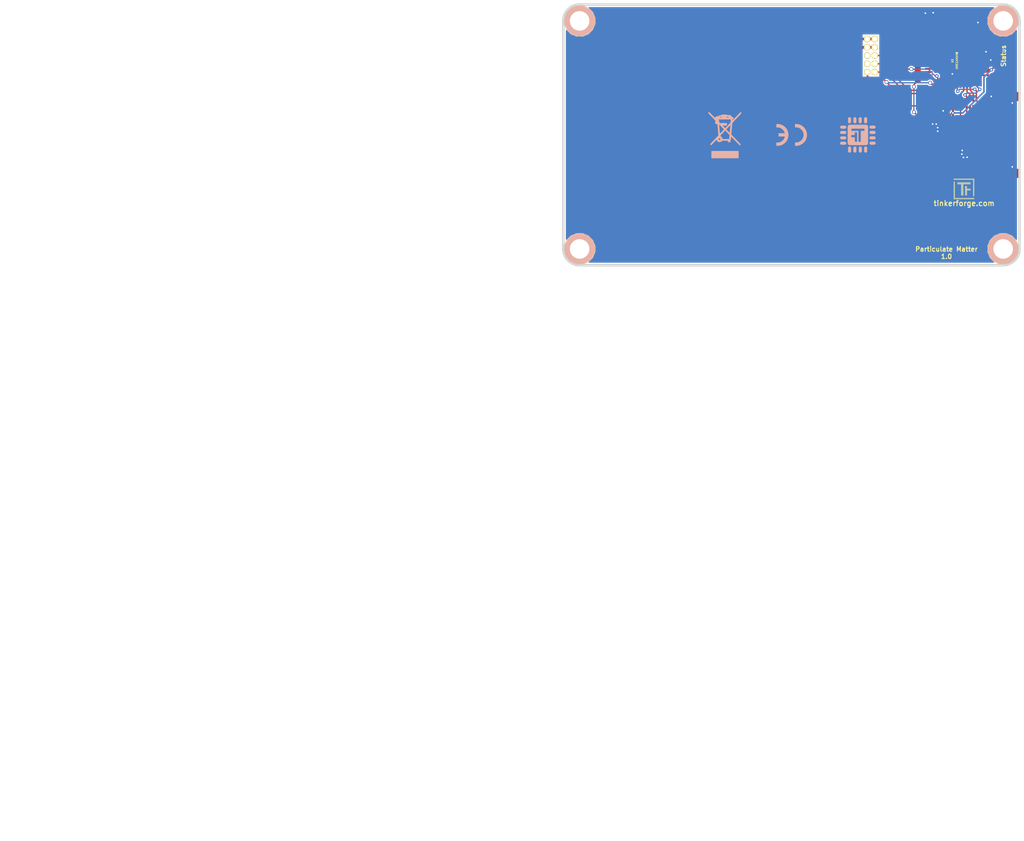
<source format=kicad_pcb>
(kicad_pcb (version 4) (host pcbnew 4.0.7-e2-6376~58~ubuntu17.04.1)
  (title_block (title "Particulate Matter Bricklet") (date 2018-01-09) (rev 1.0) (company "Tinkerforge GmbH") (comment 1 "Licensed under CERN OHL v.1.1") (comment 2 "Copyright (©) 2018, L.Lauer <lukas@tinkerforge.com>"))
  (layers (0 F.Cu signal) (31 B.Cu signal) (34 B.Paste user) (35 F.Paste user) (36 B.SilkS user) (37 F.SilkS user) (38 B.Mask user) (39 F.Mask user) (44 Edge.Cuts user))
  (net 0 "")
  (net 1 GND)
  (net 2 VCC)
  (net 3 "Net-(C7-Pad1)")
  (net 4 "Net-(C8-Pad1)")
  (net 5 "Net-(C9-Pad1)")
  (net 6 +5V)
  (net 7 "Net-(D3-Pad2)")
  (net 8 "Net-(P1-Pad4)")
  (net 9 "Net-(P1-Pad5)")
  (net 10 "Net-(P1-Pad6)")
  (net 11 "Net-(P2-Pad2)")
  (net 12 "Net-(R1-Pad1)")
  (net 13 PMS_SET)
  (net 14 PMS_RESET)
  (net 15 S-MISO)
  (net 16 S-MOSI)
  (net 17 S-CLK)
  (net 18 S-CS)
  (net 19 "Net-(U1-Pad3)")
  (net 20 "Net-(U1-Pad4)")
  (net 21 "Net-(U1-Pad5)")
  (net 22 "Net-(U1-Pad6)")
  (net 23 "Net-(U1-Pad7)")
  (net 24 "Net-(U1-Pad8)")
  (net 25 "Net-(U1-Pad9)")
  (net 26 "Net-(U1-Pad10)")
  (net 27 "Net-(U1-Pad11)")
  (net 28 "Net-(U1-Pad12)")
  (net 29 PMS_TX)
  (net 30 PMS_RX)
  (net 31 "Net-(U1-Pad21)")
  (net 32 "Net-(U1-Pad28)")
  (net 33 "Net-(U1-Pad29)")
  (net 34 "Net-(U1-Pad30)")
  (net 35 "Net-(U1-Pad31)")
  (net 36 "Net-(U1-Pad32)")
  (net 37 "Net-(U1-Pad33)")
  (net 38 "Net-(U1-Pad34)")
  (net 39 "Net-(U1-Pad35)")
  (net 40 "Net-(U1-Pad36)")
  (net 41 "Net-(U1-Pad39)")
  (net 42 "Net-(U1-Pad40)")
  (net 43 "Net-(U1-Pad43)")
  (net 44 "Net-(U1-Pad44)")
  (net 45 "Net-(U1-Pad45)")
  (net 46 "Net-(U1-Pad46)")
  (net 47 "Net-(U1-Pad47)")
  (net 48 "Net-(U6-Pad6)")
  (net 49 "Net-(U6-Pad8)")
  (net 50 "Net-(U1-Pad48)")
  (net 51 "Net-(P3-Pad1)")
  (net 52 "Net-(RP2-Pad1)")
  (net 53 "Net-(RP2-Pad4)")
  (net 54 "Net-(RP2-Pad5)")
  (net 55 "Net-(RP2-Pad8)")
  (net 56 "Net-(U1-Pad2)")
  (net 57 "Net-(RP2-Pad6)")
  (net 58 "Net-(RP2-Pad7)")
  (module kicad-libraries:SolderJumper (layer F.Cu) (at 155.37 66.54 270)
    (fp_text reference P2)
    (fp_text value BOOT)
    (pad 2 smd rect (at 0.55 0 270) (size 0.3 1.4) (layers F.Cu F.Mask) (net 11 "Net-(P2-Pad2)"))
    (pad 2 smd rect (at 0.15 0 270) (size 0.6 0.5) (layers F.Cu F.Mask) (net 11 "Net-(P2-Pad2)"))
    (pad 1 smd rect (at -0.5 0 270) (size 0.4 1.4) (layers F.Cu F.Mask) (net 1 GND))
    (pad 1 smd rect (at -0.225 0.55 270) (size 0.95 0.3) (layers F.Cu F.Mask) (net 1 GND))
    (pad 1 smd rect (at -0.225 -0.55 270) (size 0.95 0.3) (layers F.Cu F.Mask) (net 1 GND))
  )
  (module kicad-libraries:QFN48-EP2 (layer F.Cu) (at 160.5 73.6 270)
    (fp_text reference U1 (at 0 0 270) (layer F.SilkS) (effects (font (size 0.29972 0.29972) (thickness 0.0762))))
    (fp_text value XMC1XXX48 (at 0 -0.7 270) (layer F.SilkS) (effects (font (size 0.29972 0.29972) (thickness 0.0762))))
    (pad 1 smd rect (at -2.74828 3.61188 90) (size 0.29972 1.14808) (layers F.Cu F.Paste F.Mask) (net 11 "Net-(P2-Pad2)"))
    (pad 2 smd rect (at -2.2479 3.61188 90) (size 0.29972 1.14808) (layers F.Cu F.Paste F.Mask) (net 56 "Net-(U1-Pad2)"))
    (pad 3 smd rect (at -1.74752 3.61188 90) (size 0.29972 1.14808) (layers F.Cu F.Paste F.Mask) (net 19 "Net-(U1-Pad3)"))
    (pad 4 smd rect (at -1.24968 3.61188 90) (size 0.29972 1.14808) (layers F.Cu F.Paste F.Mask) (net 20 "Net-(U1-Pad4)"))
    (pad 5 smd rect (at -0.7493 3.61188 90) (size 0.29972 1.14808) (layers F.Cu F.Paste F.Mask) (net 21 "Net-(U1-Pad5)"))
    (pad 6 smd rect (at -0.24892 3.61188 90) (size 0.29972 1.14808) (layers F.Cu F.Paste F.Mask) (net 22 "Net-(U1-Pad6)"))
    (pad 7 smd rect (at 0.24892 3.61188 90) (size 0.29972 1.14808) (layers F.Cu F.Paste F.Mask) (net 23 "Net-(U1-Pad7)"))
    (pad 8 smd rect (at 0.7493 3.61188 90) (size 0.29972 1.14808) (layers F.Cu F.Paste F.Mask) (net 24 "Net-(U1-Pad8)"))
    (pad 9 smd rect (at 1.24968 3.61188 90) (size 0.29972 1.14808) (layers F.Cu F.Paste F.Mask) (net 25 "Net-(U1-Pad9)"))
    (pad 10 smd rect (at 1.74752 3.61188 90) (size 0.29972 1.14808) (layers F.Cu F.Paste F.Mask) (net 26 "Net-(U1-Pad10)"))
    (pad 11 smd rect (at 2.2479 3.61188 90) (size 0.29972 1.14808) (layers F.Cu F.Paste F.Mask) (net 27 "Net-(U1-Pad11)"))
    (pad 12 smd rect (at 2.74828 3.61188 90) (size 0.29972 1.14808) (layers F.Cu F.Paste F.Mask) (net 28 "Net-(U1-Pad12)"))
    (pad 13 smd rect (at 3.61188 2.74828 180) (size 0.29972 1.14808) (layers F.Cu F.Paste F.Mask) (net 13 PMS_SET))
    (pad 14 smd rect (at 3.61188 2.2479 180) (size 0.29972 1.14808) (layers F.Cu F.Paste F.Mask) (net 14 PMS_RESET))
    (pad 15 smd rect (at 3.61188 1.74752 180) (size 0.29972 1.14808) (layers F.Cu F.Paste F.Mask) (net 29 PMS_TX))
    (pad 16 smd rect (at 3.61188 1.24968 180) (size 0.29972 1.14808) (layers F.Cu F.Paste F.Mask) (net 30 PMS_RX))
    (pad 17 smd rect (at 3.61188 0.7493 180) (size 0.29972 1.14808) (layers F.Cu F.Paste F.Mask) (net 1 GND))
    (pad 18 smd rect (at 3.61188 0.24892 180) (size 0.29972 1.14808) (layers F.Cu F.Paste F.Mask) (net 2 VCC))
    (pad 19 smd rect (at 3.61188 -0.24892 180) (size 0.29972 1.14808) (layers F.Cu F.Paste F.Mask) (net 2 VCC))
    (pad 20 smd rect (at 3.61188 -0.7493 180) (size 0.29972 1.14808) (layers F.Cu F.Paste F.Mask) (net 15 S-MISO))
    (pad 21 smd rect (at 3.61188 -1.24968 180) (size 0.29972 1.14808) (layers F.Cu F.Paste F.Mask) (net 31 "Net-(U1-Pad21)"))
    (pad 22 smd rect (at 3.61188 -1.74752 180) (size 0.29972 1.14808) (layers F.Cu F.Paste F.Mask) (net 51 "Net-(P3-Pad1)"))
    (pad 23 smd rect (at 3.61188 -2.2479 180) (size 0.29972 1.14808) (layers F.Cu F.Paste F.Mask) (net 17 S-CLK))
    (pad 24 smd rect (at 3.61188 -2.74828 180) (size 0.29972 1.14808) (layers F.Cu F.Paste F.Mask) (net 16 S-MOSI))
    (pad 25 smd rect (at 2.74828 -3.61188 270) (size 0.29972 1.14808) (layers F.Cu F.Paste F.Mask) (net 18 S-CS))
    (pad 26 smd rect (at 2.2479 -3.61188 270) (size 0.29972 1.14808) (layers F.Cu F.Paste F.Mask) (net 12 "Net-(R1-Pad1)"))
    (pad 27 smd rect (at 1.74752 -3.61188 270) (size 0.29972 1.14808) (layers F.Cu F.Paste F.Mask) (net 2 VCC))
    (pad 28 smd rect (at 1.24968 -3.61188 270) (size 0.29972 1.14808) (layers F.Cu F.Paste F.Mask) (net 32 "Net-(U1-Pad28)"))
    (pad 29 smd rect (at 0.7493 -3.61188 270) (size 0.29972 1.14808) (layers F.Cu F.Paste F.Mask) (net 33 "Net-(U1-Pad29)"))
    (pad 30 smd rect (at 0.24892 -3.61188 270) (size 0.29972 1.14808) (layers F.Cu F.Paste F.Mask) (net 34 "Net-(U1-Pad30)"))
    (pad 31 smd rect (at -0.24892 -3.61188 270) (size 0.29972 1.14808) (layers F.Cu F.Paste F.Mask) (net 35 "Net-(U1-Pad31)"))
    (pad 32 smd rect (at -0.7493 -3.61188 270) (size 0.29972 1.14808) (layers F.Cu F.Paste F.Mask) (net 36 "Net-(U1-Pad32)"))
    (pad 33 smd rect (at -1.24968 -3.61188 270) (size 0.29972 1.14808) (layers F.Cu F.Paste F.Mask) (net 37 "Net-(U1-Pad33)"))
    (pad 34 smd rect (at -1.74752 -3.61188 270) (size 0.29972 1.14808) (layers F.Cu F.Paste F.Mask) (net 38 "Net-(U1-Pad34)"))
    (pad 35 smd rect (at -2.2479 -3.61188 270) (size 0.29972 1.14808) (layers F.Cu F.Paste F.Mask) (net 39 "Net-(U1-Pad35)"))
    (pad 36 smd rect (at -2.74828 -3.61188 270) (size 0.29972 1.14808) (layers F.Cu F.Paste F.Mask) (net 40 "Net-(U1-Pad36)"))
    (pad 37 smd rect (at -3.60934 -2.74828) (size 0.29972 1.15062) (layers F.Cu F.Paste F.Mask) (net 1 GND))
    (pad 38 smd rect (at -3.61188 -2.2479) (size 0.29972 1.14808) (layers F.Cu F.Paste F.Mask) (net 2 VCC))
    (pad 39 smd rect (at -3.61188 -1.74752) (size 0.29972 1.14808) (layers F.Cu F.Paste F.Mask) (net 41 "Net-(U1-Pad39)"))
    (pad 40 smd rect (at -3.61188 -1.24968) (size 0.29972 1.14808) (layers F.Cu F.Paste F.Mask) (net 42 "Net-(U1-Pad40)"))
    (pad 41 smd rect (at -3.61188 -0.7493) (size 0.29972 1.14808) (layers F.Cu F.Paste F.Mask) (net 4 "Net-(C8-Pad1)"))
    (pad 42 smd rect (at -3.61188 -0.24892) (size 0.29972 1.14808) (layers F.Cu F.Paste F.Mask) (net 5 "Net-(C9-Pad1)"))
    (pad 43 smd rect (at -3.61188 0.24892) (size 0.29972 1.14808) (layers F.Cu F.Paste F.Mask) (net 43 "Net-(U1-Pad43)"))
    (pad 44 smd rect (at -3.61188 0.7493) (size 0.29972 1.14808) (layers F.Cu F.Paste F.Mask) (net 44 "Net-(U1-Pad44)"))
    (pad 45 smd rect (at -3.61188 1.24968) (size 0.29972 1.14808) (layers F.Cu F.Paste F.Mask) (net 45 "Net-(U1-Pad45)"))
    (pad 46 smd rect (at -3.61188 1.74752) (size 0.29972 1.14808) (layers F.Cu F.Paste F.Mask) (net 46 "Net-(U1-Pad46)"))
    (pad 47 smd rect (at -3.61188 2.2479) (size 0.29972 1.14808) (layers F.Cu F.Paste F.Mask) (net 47 "Net-(U1-Pad47)"))
    (pad 48 smd rect (at -3.61188 2.74828) (size 0.29972 1.14808) (layers F.Cu F.Paste F.Mask) (net 50 "Net-(U1-Pad48)"))
    (pad EP smd rect (at 0 0 270) (size 3.5 3.5) (layers F.Cu F.Paste F.Mask) (net 1 GND))
  )
  (module kicad-libraries:CRYSTAL_3225 (layer F.Cu) (at 161 66.9)
    (fp_text reference X1)
    (fp_text value 16MHz)
    (pad 3 smd rect (at -1.09982 -0.8001) (size 1.39954 1.15062) (layers F.Cu F.Paste F.Mask) (net 1 GND))
    (pad 2 smd rect (at 1.09982 -0.8001) (size 1.39954 1.15062) (layers F.Cu F.Paste F.Mask) (net 4 "Net-(C8-Pad1)"))
    (pad 1 smd rect (at -1.09982 0.8001) (size 1.39954 1.15062) (layers F.Cu F.Paste F.Mask) (net 5 "Net-(C9-Pad1)"))
    (pad 3 smd rect (at 1.09982 0.8001) (size 1.39954 1.15062) (layers F.Cu F.Paste F.Mask) (net 1 GND))
  )
  (module kicad-libraries:C0603F (layer F.Cu) (at 162.76 86.95 90)
    (fp_text reference C2)
    (fp_text value 1uF)
    (pad 1 smd rect (at -0.75 0 90) (size 0.9 0.9) (layers F.Cu F.Paste F.Mask) (net 1 GND))
    (pad 2 smd rect (at 0.75 0 90) (size 0.9 0.9) (layers F.Cu F.Paste F.Mask) (net 2 VCC))
  )
  (module kicad-libraries:C0603F (layer F.Cu) (at 165.66 74.25 90)
    (fp_text reference C3)
    (fp_text value 100nF)
    (pad 1 smd rect (at -0.75 0 90) (size 0.9 0.9) (layers F.Cu F.Paste F.Mask) (net 2 VCC))
    (pad 2 smd rect (at 0.75 0 90) (size 0.9 0.9) (layers F.Cu F.Paste F.Mask) (net 1 GND))
  )
  (module kicad-libraries:C0603F (layer F.Cu) (at 166.42 71.51 180)
    (fp_text reference C4)
    (fp_text value 100nF)
    (pad 1 smd rect (at -0.75 0 180) (size 0.9 0.9) (layers F.Cu F.Paste F.Mask) (net 2 VCC))
    (pad 2 smd rect (at 0.75 0 180) (size 0.9 0.9) (layers F.Cu F.Paste F.Mask) (net 1 GND))
  )
  (module kicad-libraries:C0603F (layer F.Cu) (at 159.84 80.56 180)
    (fp_text reference C5)
    (fp_text value 100nF)
    (pad 1 smd rect (at -0.75 0 180) (size 0.9 0.9) (layers F.Cu F.Paste F.Mask) (net 2 VCC))
    (pad 2 smd rect (at 0.75 0 180) (size 0.9 0.9) (layers F.Cu F.Paste F.Mask) (net 1 GND))
  )
  (module kicad-libraries:C0603F (layer F.Cu) (at 159.84 79.22 180)
    (fp_text reference C6)
    (fp_text value 220nF)
    (pad 1 smd rect (at -0.75 0 180) (size 0.9 0.9) (layers F.Cu F.Paste F.Mask) (net 2 VCC))
    (pad 2 smd rect (at 0.75 0 180) (size 0.9 0.9) (layers F.Cu F.Paste F.Mask) (net 1 GND))
  )
  (module kicad-libraries:C0603F (layer F.Cu) (at 163.7 67 270)
    (fp_text reference C8)
    (fp_text value 10pF)
    (pad 1 smd rect (at -0.75 0 270) (size 0.9 0.9) (layers F.Cu F.Paste F.Mask) (net 4 "Net-(C8-Pad1)"))
    (pad 2 smd rect (at 0.75 0 270) (size 0.9 0.9) (layers F.Cu F.Paste F.Mask) (net 1 GND))
  )
  (module kicad-libraries:C0603F (layer F.Cu) (at 158.3 67 90)
    (fp_text reference C9)
    (fp_text value 10pF)
    (pad 1 smd rect (at -0.75 0 90) (size 0.9 0.9) (layers F.Cu F.Paste F.Mask) (net 5 "Net-(C9-Pad1)"))
    (pad 2 smd rect (at 0.75 0 90) (size 0.9 0.9) (layers F.Cu F.Paste F.Mask) (net 1 GND))
  )
  (module kicad-libraries:D0603E (layer F.Cu) (at 169.64 72.92 270)
    (fp_text reference D3)
    (fp_text value blue)
    (pad 1 smd rect (at -0.8501 0 270) (size 1.1 1) (layers F.Cu F.Paste F.Mask) (net 2 VCC))
    (pad 2 smd rect (at 0.8501 0 270) (size 1.1 1) (layers F.Cu F.Paste F.Mask) (net 7 "Net-(D3-Pad2)"))
  )
  (module kicad-libraries:CON-SENSOR2 (layer F.Cu) (at 170.9 85 90)
    (fp_text reference P1)
    (fp_text value CON-SENSOR2)
    (pad 1 smd rect (at -3.75 -4.6 90) (size 0.6 1.8) (layers F.Cu F.Paste F.Mask) (net 6 +5V))
    (pad 2 smd rect (at -2.5 -4.6 90) (size 0.6 1.8) (layers F.Cu F.Paste F.Mask) (net 1 GND))
    (pad EP smd rect (at -5.9 -1.2 90) (size 1.4 2.4) (layers F.Cu F.Paste F.Mask) (net 1 GND))
    (pad EP smd rect (at 5.9 -1.2 90) (size 1.4 2.4) (layers F.Cu F.Paste F.Mask) (net 1 GND))
    (pad 3 smd rect (at -1.25 -4.6 90) (size 0.6 1.8) (layers F.Cu F.Paste F.Mask) (net 2 VCC))
    (pad 4 smd rect (at 0 -4.6 90) (size 0.6 1.8) (layers F.Cu F.Paste F.Mask) (net 8 "Net-(P1-Pad4)"))
    (pad 5 smd rect (at 1.25 -4.6 90) (size 0.6 1.8) (layers F.Cu F.Paste F.Mask) (net 9 "Net-(P1-Pad5)"))
    (pad 6 smd rect (at 2.5 -4.6 90) (size 0.6 1.8) (layers F.Cu F.Paste F.Mask) (net 10 "Net-(P1-Pad6)"))
    (pad 7 smd rect (at 3.75 -4.6 90) (size 0.6 1.8) (layers F.Cu F.Paste F.Mask) (net 3 "Net-(C7-Pad1)"))
  )
  (module kicad-libraries:DRILL_NP (layer F.Cu) (at 103.3 102.5)
    (fp_text reference U2 hide)
    (fp_text value DRILL hide)
    (pad "" np_thru_hole circle (at 0 0) (size 2.99974 2.99974) (drill 2.99974) (layers *.Cu *.Mask F.SilkS) (clearance 0.89916))
  )
  (module kicad-libraries:DRILL_NP (layer F.Cu) (at 103.3 67.5)
    (fp_text reference U3 hide)
    (fp_text value DRILL hide)
    (pad "" np_thru_hole circle (at 0 0) (size 2.99974 2.99974) (drill 2.99974) (layers *.Cu *.Mask F.SilkS) (clearance 0.89916))
  )
  (module kicad-libraries:DRILL_NP (layer F.Cu) (at 168.3 67.5)
    (fp_text reference U4 hide)
    (fp_text value DRILL hide)
    (pad "" np_thru_hole circle (at 0 0) (size 2.99974 2.99974) (drill 2.99974) (layers *.Cu *.Mask F.SilkS) (clearance 0.89916))
  )
  (module kicad-libraries:DRILL_NP (layer F.Cu) (at 168.3 102.5)
    (fp_text reference U5 hide)
    (fp_text value DRILL hide)
    (pad "" np_thru_hole circle (at 0 0) (size 2.99974 2.99974) (drill 2.99974) (layers *.Cu *.Mask F.SilkS) (clearance 0.89916))
  )
  (module kicad-libraries:C0402F (layer F.Cu) (at 165.8 79.6 90)
    (fp_text reference C7)
    (fp_text value 220pF)
    (pad 2 smd rect (at 0.5 0 90) (size 0.6 0.7) (layers F.Cu F.Paste F.Mask) (net 1 GND))
    (pad 1 smd rect (at -0.5 0 90) (size 0.6 0.7) (layers F.Cu F.Paste F.Mask) (net 3 "Net-(C7-Pad1)"))
  )
  (module kicad-libraries:C0603F (layer F.Cu) (at 155.8 85.11 90)
    (fp_text reference C10)
    (fp_text value 100n)
    (pad 1 smd rect (at -0.75 0 90) (size 0.9 0.9) (layers F.Cu F.Paste F.Mask) (net 6 +5V))
    (pad 2 smd rect (at 0.75 0 90) (size 0.9 0.9) (layers F.Cu F.Paste F.Mask) (net 1 GND))
  )
  (module kicad-libraries:R0603F (layer F.Cu) (at 168.84 75.85)
    (fp_text reference R1)
    (fp_text value 1k)
    (pad 1 smd rect (at -0.75 0) (size 0.9 0.9) (layers F.Cu F.Paste F.Mask) (net 12 "Net-(R1-Pad1)"))
    (pad 2 smd rect (at 0.75 0) (size 0.9 0.9) (layers F.Cu F.Paste F.Mask) (net 7 "Net-(D3-Pad2)"))
  )
  (module kicad-libraries:R0603F (layer F.Cu) (at 155.8 81.3 90)
    (fp_text reference R2)
    (fp_text value 10k)
    (pad 1 smd rect (at -0.75 0 90) (size 0.9 0.9) (layers F.Cu F.Paste F.Mask) (net 2 VCC))
    (pad 2 smd rect (at 0.75 0 90) (size 0.9 0.9) (layers F.Cu F.Paste F.Mask) (net 13 PMS_SET))
  )
  (module kicad-libraries:R0603F (layer F.Cu) (at 155.2 75.7 90)
    (fp_text reference R3)
    (fp_text value 10k)
    (pad 1 smd rect (at -0.75 0 90) (size 0.9 0.9) (layers F.Cu F.Paste F.Mask) (net 2 VCC))
    (pad 2 smd rect (at 0.75 0 90) (size 0.9 0.9) (layers F.Cu F.Paste F.Mask) (net 14 PMS_RESET))
  )
  (module kicad-libraries:C0805 (layer F.Cu) (at 164.27 87.01 90)
    (fp_text reference C1)
    (fp_text value 10uF)
    (pad 1 smd rect (at -1.00076 0 90) (size 1.00076 1.24968) (layers F.Cu F.Paste F.Mask) (net 1 GND) (clearance 0.14986))
    (pad 2 smd rect (at 1.00076 0 90) (size 1.00076 1.24968) (layers F.Cu F.Paste F.Mask) (net 2 VCC) (clearance 0.14986))
  )
  (module kicad-libraries:Logo_31x31 (layer F.Cu) (at 160.7 91.7)
    (fp_text reference G*** hide)
    (fp_text value Logo_31x31 hide)
  )
  (module kicad-libraries:DEBUG_PAD (layer F.Cu) (at 162.19 83.87)
    (fp_text reference P3)
    (fp_text value DEBUG)
    (pad 1 smd circle (at 0 0) (size 0.7 0.7) (layers F.Cu F.Paste F.Mask) (net 51 "Net-(P3-Pad1)"))
  )
  (module kicad-libraries:Logo_CoMCU (layer B.Cu) (at 146 85 180)
    (fp_text reference G*** hide)
    (fp_text value LOGO hide)
  )
  (module kicad-libraries:CE_5mm (layer B.Cu) (at 135.8 85 180)
    (fp_text reference VAL hide)
    (fp_text value CE_5mm hide)
  )
  (module kicad-libraries:WEEE_7mm (layer B.Cu) (at 125.6 85 180)
    (fp_text reference VAL hide)
    (fp_text value WEEE_7mm hide)
  )
  (module 4X0402 (layer F.Cu) (at 156.3 78.4 90)
    (fp_text reference RP2)
    (fp_text value 100)
    (pad 1 smd rect (at -0.7493 0.575 270) (size 0.29972 0.65) (layers F.Cu F.Paste F.Mask) (net 52 "Net-(RP2-Pad1)"))
    (pad 2 smd rect (at -0.24892 0.575 270) (size 0.29972 0.65) (layers F.Cu F.Paste F.Mask) (net 30 PMS_RX))
    (pad 3 smd rect (at 0.24892 0.575 270) (size 0.29972 0.65) (layers F.Cu F.Paste F.Mask) (net 29 PMS_TX))
    (pad 4 smd rect (at 0.7493 0.575 270) (size 0.29972 0.65) (layers F.Cu F.Paste F.Mask) (net 53 "Net-(RP2-Pad4)"))
    (pad 5 smd rect (at 0.7493 -0.575 90) (size 0.29972 0.65) (layers F.Cu F.Paste F.Mask) (net 54 "Net-(RP2-Pad5)"))
    (pad 6 smd rect (at 0.24892 -0.575 90) (size 0.29972 0.65) (layers F.Cu F.Paste F.Mask) (net 57 "Net-(RP2-Pad6)"))
    (pad 7 smd rect (at -0.24892 -0.575 90) (size 0.29972 0.65) (layers F.Cu F.Paste F.Mask) (net 58 "Net-(RP2-Pad7)"))
    (pad 8 smd rect (at -0.7493 -0.575 90) (size 0.29972 0.65) (layers F.Cu F.Paste F.Mask) (net 55 "Net-(RP2-Pad8)"))
  )
  (module kicad-libraries:C0805 (layer F.Cu) (at 157.35 85.11 270)
    (fp_text reference C11)
    (fp_text value 10uF)
    (pad 1 smd rect (at -1.00076 0 270) (size 1.00076 1.24968) (layers F.Cu F.Paste F.Mask) (net 1 GND) (clearance 0.14986))
    (pad 2 smd rect (at 1.00076 0 270) (size 1.00076 1.24968) (layers F.Cu F.Paste F.Mask) (net 6 +5V) (clearance 0.14986))
  )
  (module kicad-libraries:Fiducial_Mark (layer F.Cu) (at 163.8 101)
    (fp_text reference Fiducial_Mark hide)
    (fp_text value VAL** hide)
    (pad 1 smd circle (at 0 0) (size 1.00076 1.00076) (layers F.Cu F.Paste F.Mask) (clearance 0.65024))
  )
  (module kicad-libraries:Fiducial_Mark (layer F.Cu) (at 108.8 101.5)
    (fp_text reference Fiducial_Mark hide)
    (fp_text value VAL** hide)
    (pad 1 smd circle (at 0 0) (size 1.00076 1.00076) (layers F.Cu F.Paste F.Mask) (clearance 0.65024))
  )
  (module kicad-libraries:Fiducial_Mark (layer F.Cu) (at 108.8 68.5)
    (fp_text reference Fiducial_Mark hide)
    (fp_text value VAL** hide)
    (pad 1 smd circle (at 0 0) (size 1.00076 1.00076) (layers F.Cu F.Paste F.Mask) (clearance 0.65024))
  )
  (module kicad-libraries:Fiducial_Mark (layer F.Cu) (at 143.8 68)
    (fp_text reference Fiducial_Mark hide)
    (fp_text value VAL** hide)
    (pad 1 smd circle (at 0 0) (size 1.00076 1.00076) (layers F.Cu F.Paste F.Mask) (clearance 0.65024))
  )
  (module kicad-libraries:4X0402 (layer F.Cu) (at 163.45 80.15)
    (fp_text reference RP1)
    (fp_text value 82)
    (pad 1 smd rect (at -0.7493 0.575 180) (size 0.29972 0.65) (layers F.Cu F.Paste F.Mask) (net 8 "Net-(P1-Pad4)"))
    (pad 2 smd rect (at -0.24892 0.575 180) (size 0.29972 0.65) (layers F.Cu F.Paste F.Mask) (net 9 "Net-(P1-Pad5)"))
    (pad 3 smd rect (at 0.24892 0.575 180) (size 0.29972 0.65) (layers F.Cu F.Paste F.Mask) (net 10 "Net-(P1-Pad6)"))
    (pad 4 smd rect (at 0.7493 0.575 180) (size 0.29972 0.65) (layers F.Cu F.Paste F.Mask) (net 3 "Net-(C7-Pad1)"))
    (pad 5 smd rect (at 0.7493 -0.575) (size 0.29972 0.65) (layers F.Cu F.Paste F.Mask) (net 15 S-MISO))
    (pad 6 smd rect (at 0.24892 -0.575) (size 0.29972 0.65) (layers F.Cu F.Paste F.Mask) (net 16 S-MOSI))
    (pad 7 smd rect (at -0.24892 -0.575) (size 0.29972 0.65) (layers F.Cu F.Paste F.Mask) (net 17 S-CLK))
    (pad 8 smd rect (at -0.7493 -0.575) (size 0.29972 0.65) (layers F.Cu F.Paste F.Mask) (net 18 S-CS))
  )
  (module kicad-libraries:PMS7003 (layer F.Cu) (at 130.31 83.32)
    (fp_text reference U6)
    (fp_text value PMS7003)
    (pad 1 thru_hole circle (at 18.28 -13.04) (size 1 1) (drill 0.6) (layers *.Cu *.Mask F.SilkS) (net 6 +5V))
    (pad 3 thru_hole circle (at 18.28 -11.77) (size 1 1) (drill 0.6) (layers *.Cu *.Mask F.SilkS) (net 1 GND))
    (pad 5 thru_hole circle (at 18.28 -10.5) (size 1 1) (drill 0.6) (layers *.Cu *.Mask F.SilkS) (net 14 PMS_RESET))
    (pad 7 thru_hole circle (at 18.28 -9.23) (size 1 1) (drill 0.6) (layers *.Cu *.Mask F.SilkS) (net 57 "Net-(RP2-Pad6)"))
    (pad 9 thru_hole circle (at 18.28 -7.96) (size 1 1) (drill 0.6) (layers *.Cu *.Mask F.SilkS) (net 58 "Net-(RP2-Pad7)"))
    (pad 10 thru_hole circle (at 17.12 -7.96) (size 1 1) (drill 0.6) (layers *.Cu *.Mask F.SilkS) (net 13 PMS_SET))
    (pad 8 thru_hole circle (at 17.12 -9.23) (size 1 1) (drill 0.6) (layers *.Cu *.Mask F.SilkS) (net 49 "Net-(U6-Pad8)"))
    (pad 6 thru_hole circle (at 17.12 -10.5) (size 1 1) (drill 0.6) (layers *.Cu *.Mask F.SilkS) (net 48 "Net-(U6-Pad6)"))
    (pad 4 thru_hole circle (at 17.12 -11.77) (size 1 1) (drill 0.6) (layers *.Cu *.Mask F.SilkS) (net 1 GND))
    (pad 2 thru_hole circle (at 17.12 -13.04) (size 1 1) (drill 0.6) (layers *.Cu *.Mask F.SilkS) (net 6 +5V))
  )
  (gr_text "Particulate Matter\n1.0" (at 159.6 103.1) (layer F.SilkS) (effects (font (size 0.7 0.7))))
  (gr_text tinkerforge.com (at 162.3 95.5) (layer F.SilkS) (effects (font (size 0.8 0.8))))
  (gr_text Status (at 168.36 72.88 90) (layer F.SilkS) (effects (font (size 0.7 0.7))))
  (gr_line (start 170.8 102.5) (end 170.8 67.5) (angle 90) (layer Edge.Cuts) (width 0.381))
  (gr_line (start 103.3 105) (end 168.3 105) (angle 90) (layer Edge.Cuts) (width 0.381))
  (gr_line (start 100.8 67.5) (end 100.8 102.5) (angle 90) (layer Edge.Cuts) (width 0.381))
  (gr_line (start 168.3 65) (end 103.3 65) (angle 90) (layer Edge.Cuts) (width 0.381))
  (gr_arc (start 168.3 67.5) (end 168.3 65) (angle 90) (layer Edge.Cuts) (width 0.381))
  (gr_arc (start 168.3 102.5) (end 170.8 102.5) (angle 90) (layer Edge.Cuts) (width 0.381))
  (gr_arc (start 103.3 102.5) (end 103.3 105) (angle 90) (layer Edge.Cuts) (width 0.381))
  (gr_arc (start 103.3 67.5) (end 100.8 67.5) (angle 90) (layer Edge.Cuts) (width 0.381))
  (segment (start 147.43 71.55) (end 146.75 71.55) (width 0.4) (layer F.Cu) (net 1))
  (segment (start 154.76 84.36) (end 155.8 84.36) (width 0.4) (layer F.Cu) (net 1))
  (segment (start 150.5 80.1) (end 154.76 84.36) (width 0.4) (layer F.Cu) (net 1))
  (segment (start 150.5 79.5) (end 150.5 80.1) (width 0.4) (layer F.Cu) (net 1))
  (segment (start 148.6 77.6) (end 150.5 79.5) (width 0.4) (layer F.Cu) (net 1))
  (segment (start 147.8 77.6) (end 148.6 77.6) (width 0.4) (layer F.Cu) (net 1))
  (segment (start 146.2 76) (end 147.8 77.6) (width 0.4) (layer F.Cu) (net 1))
  (segment (start 146.2 72.1) (end 146.2 76) (width 0.4) (layer F.Cu) (net 1))
  (segment (start 146.75 71.55) (end 146.2 72.1) (width 0.4) (layer F.Cu) (net 1))
  (segment (start 148.59 71.55) (end 147.43 71.55) (width 0.4) (layer F.Cu) (net 1))
  (segment (start 158.25 83.88) (end 158.25 83.56) (width 0.55) (layer F.Cu) (net 1))
  (via (at 158.03 83.34) (size 0.55) (drill 0.25) (layers F.Cu B.Cu) (net 1))
  (segment (start 158.02 83.33) (end 158.03 83.34) (width 0.55) (layer F.Cu) (net 1))
  (segment (start 157.35 83.46) (end 157.35 84.10924) (width 0.55) (layer F.Cu) (net 1))
  (via (at 157.48 83.33) (size 0.55) (drill 0.25) (layers F.Cu B.Cu) (net 1))
  (segment (start 157.35 83.46) (end 157.48 83.33) (width 0.55) (layer F.Cu) (net 1))
  (segment (start 157.48 83.33) (end 158.02 83.33) (width 0.55) (layer F.Cu) (net 1))
  (segment (start 157.35 84.02) (end 158.03 83.34) (width 0.55) (layer F.Cu) (net 1))
  (via (at 158.25 83.88) (size 0.55) (drill 0.25) (layers F.Cu B.Cu) (net 1))
  (segment (start 158.25 83.56) (end 158.03 83.34) (width 0.55) (layer F.Cu) (net 1))
  (segment (start 158.25 84.43) (end 158.25 83.88) (width 0.55) (layer F.Cu) (net 1))
  (via (at 158.25 84.43) (size 0.55) (drill 0.25) (layers F.Cu B.Cu) (net 1))
  (segment (start 157.92924 84.10924) (end 158.25 84.43) (width 0.55) (layer F.Cu) (net 1))
  (segment (start 158.02076 84.10924) (end 157.35 84.10924) (width 0.55) (layer F.Cu) (net 1))
  (segment (start 158.02076 84.10924) (end 158.25 83.88) (width 0.55) (layer F.Cu) (net 1))
  (segment (start 155.8 84.36) (end 157.09924 84.36) (width 0.4) (layer F.Cu) (net 1))
  (segment (start 157.09924 84.36) (end 157.35 84.10924) (width 0.4) (layer F.Cu) (net 1))
  (segment (start 165.8 79.1) (end 166.46 79.1) (width 0.55) (layer F.Cu) (net 1))
  (via (at 166.47 79.09) (size 0.55) (drill 0.25) (layers F.Cu B.Cu) (net 1))
  (segment (start 166.46 79.1) (end 166.47 79.09) (width 0.55) (layer F.Cu) (net 1))
  (segment (start 165.67 71.51) (end 165.67 72.24) (width 0.55) (layer F.Cu) (net 1))
  (via (at 165.67 72.24) (size 0.55) (drill 0.25) (layers F.Cu B.Cu) (net 1))
  (segment (start 163.24828 69.99066) (end 164.96066 69.99066) (width 0.25) (layer F.Cu) (net 1))
  (segment (start 165.67 70.7) (end 165.67 71.51) (width 0.25) (layer F.Cu) (net 1))
  (segment (start 164.96066 69.99066) (end 165.67 70.7) (width 0.25) (layer F.Cu) (net 1))
  (segment (start 154.82 66.315) (end 154.82 66.05) (width 0.2) (layer F.Cu) (net 1))
  (segment (start 154.82 66.05) (end 154.84 66.07) (width 0.2) (layer F.Cu) (net 1))
  (segment (start 154.84 66.07) (end 155.85 66.07) (width 0.2) (layer F.Cu) (net 1))
  (segment (start 155.85 66.07) (end 155.91 66.13) (width 0.2) (layer F.Cu) (net 1))
  (segment (start 155.91 66.13) (end 155.91 66.44) (width 0.2) (layer F.Cu) (net 1))
  (segment (start 155.91 66.44) (end 155.92 66.315) (width 0.2) (layer F.Cu) (net 1))
  (segment (start 155.92 66.315) (end 156.355 66.315) (width 0.2) (layer F.Cu) (net 1))
  (via (at 156.36 66.32) (size 0.55) (drill 0.25) (layers F.Cu B.Cu) (net 1))
  (segment (start 156.355 66.315) (end 156.36 66.32) (width 0.2) (layer F.Cu) (net 1))
  (segment (start 160.5 73.6) (end 160.5 75.64) (width 0.55) (layer F.Cu) (net 1))
  (via (at 160.5 75.64) (size 0.55) (drill 0.25) (layers F.Cu B.Cu) (net 1))
  (segment (start 159.09 80.56) (end 159.09 81.3) (width 0.55) (layer F.Cu) (net 1))
  (via (at 159.09 81.3) (size 0.55) (drill 0.25) (layers F.Cu B.Cu) (net 1))
  (segment (start 159.09 79.22) (end 159.09 80.56) (width 0.55) (layer F.Cu) (net 1))
  (segment (start 159.7507 77.21188) (end 159.7507 78.0393) (width 0.2) (layer F.Cu) (net 1))
  (segment (start 159.09 78.7) (end 159.09 79.22) (width 0.2) (layer F.Cu) (net 1))
  (segment (start 159.7507 78.0393) (end 159.09 78.7) (width 0.2) (layer F.Cu) (net 1))
  (segment (start 165.66 73.5) (end 166.39 73.5) (width 0.55) (layer F.Cu) (net 1))
  (via (at 166.39 73.5) (size 0.55) (drill 0.25) (layers F.Cu B.Cu) (net 1))
  (segment (start 162.76 87.7) (end 162.33 87.7) (width 0.55) (layer F.Cu) (net 1))
  (segment (start 162.33 87.7) (end 162.01 87.38) (width 0.55) (layer F.Cu) (net 1))
  (via (at 162.01 87.38) (size 0.55) (drill 0.25) (layers F.Cu B.Cu) (net 1))
  (segment (start 162.76 87.7) (end 162.21 87.7) (width 0.55) (layer F.Cu) (net 1))
  (via (at 161.96 87.95) (size 0.55) (drill 0.25) (layers F.Cu B.Cu) (net 1))
  (segment (start 162.21 87.7) (end 161.96 87.95) (width 0.55) (layer F.Cu) (net 1))
  (segment (start 162.76 87.7) (end 162.76 87.9) (width 0.55) (layer F.Cu) (net 1))
  (segment (start 162.76 87.9) (end 162.2 88.46) (width 0.55) (layer F.Cu) (net 1))
  (via (at 162.2 88.46) (size 0.55) (drill 0.25) (layers F.Cu B.Cu) (net 1))
  (via (at 162.76 88.43) (size 0.55) (drill 0.25) (layers F.Cu B.Cu) (net 1))
  (segment (start 162.76 87.7) (end 162.76 88.43) (width 0.55) (layer F.Cu) (net 1))
  (segment (start 164.27 88.01076) (end 163.70076 88.01076) (width 0.4) (layer F.Cu) (net 1))
  (segment (start 163.70076 88.01076) (end 163.39 87.7) (width 0.4) (layer F.Cu) (net 1))
  (segment (start 163.39 87.7) (end 162.76 87.7) (width 0.4) (layer F.Cu) (net 1))
  (segment (start 164.27 88.01076) (end 164.73924 88.01076) (width 0.4) (layer F.Cu) (net 1))
  (segment (start 164.73924 88.01076) (end 165.25 87.5) (width 0.4) (layer F.Cu) (net 1))
  (segment (start 165.25 87.5) (end 166.3 87.5) (width 0.4) (layer F.Cu) (net 1))
  (segment (start 163.7 67.75) (end 164.43 67.75) (width 0.55) (layer F.Cu) (net 1))
  (via (at 164.43 67.75) (size 0.55) (drill 0.25) (layers F.Cu B.Cu) (net 1))
  (segment (start 158.3 66.25) (end 157.56 66.25) (width 0.55) (layer F.Cu) (net 1))
  (via (at 157.56 66.25) (size 0.55) (drill 0.25) (layers F.Cu B.Cu) (net 1))
  (segment (start 158.3 66.25) (end 159.75008 66.25) (width 0.55) (layer F.Cu) (net 1))
  (segment (start 159.75008 66.25) (end 159.90018 66.0999) (width 0.55) (layer F.Cu) (net 1))
  (segment (start 163.7 67.75) (end 162.14972 67.75) (width 0.55) (layer F.Cu) (net 1))
  (segment (start 162.14972 67.75) (end 162.09982 67.7001) (width 0.55) (layer F.Cu) (net 1))
  (segment (start 169.7 90.9) (end 169.7 89.9) (width 0.55) (layer F.Cu) (net 1))
  (via (at 169.7 89.9) (size 0.55) (drill 0.25) (layers F.Cu B.Cu) (net 1))
  (segment (start 169.7 79.1) (end 169.7 80.1) (width 0.55) (layer F.Cu) (net 1))
  (via (at 169.7 80.1) (size 0.55) (drill 0.25) (layers F.Cu B.Cu) (net 1))
  (segment (start 155.2 76.45) (end 155.2 76.7) (width 0.2) (layer F.Cu) (net 2))
  (segment (start 155.2 76.7) (end 154.6 77.3) (width 0.2) (layer F.Cu) (net 2))
  (segment (start 154.6 77.3) (end 154.6 77.6) (width 0.2) (layer F.Cu) (net 2))
  (via (at 154.6 77.6) (size 0.6) (drill 0.4) (layers F.Cu B.Cu) (net 2))
  (segment (start 154.6 77.6) (end 154.6 81.5) (width 0.2) (layer B.Cu) (net 2))
  (via (at 154.6 81.5) (size 0.6) (drill 0.4) (layers F.Cu B.Cu) (net 2))
  (segment (start 154.6 81.5) (end 155.15 82.05) (width 0.2) (layer F.Cu) (net 2))
  (segment (start 155.15 82.05) (end 155.8 82.05) (width 0.2) (layer F.Cu) (net 2))
  (segment (start 160.59 81.63) (end 160.47 81.63) (width 0.25) (layer F.Cu) (net 2))
  (segment (start 160.05 82.05) (end 155.8 82.05) (width 0.25) (layer F.Cu) (net 2))
  (segment (start 160.47 81.63) (end 160.05 82.05) (width 0.25) (layer F.Cu) (net 2))
  (segment (start 162.7479 69.98812) (end 162.7479 69.2321) (width 0.25) (layer F.Cu) (net 2))
  (segment (start 165.09 69.06) (end 167.44 71.41) (width 0.25) (layer F.Cu) (net 2))
  (segment (start 162.92 69.06) (end 165.09 69.06) (width 0.25) (layer F.Cu) (net 2))
  (segment (start 162.7479 69.2321) (end 162.92 69.06) (width 0.25) (layer F.Cu) (net 2))
  (segment (start 160.59 80.56) (end 160.59 79.22) (width 0.55) (layer F.Cu) (net 2))
  (via (at 166.49 75) (size 0.55) (drill 0.25) (layers F.Cu B.Cu) (net 2))
  (via (at 160.59 81.63) (size 0.55) (drill 0.25) (layers F.Cu B.Cu) (net 2))
  (segment (start 160.59 81.63) (end 162.11 81.63) (width 0.25) (layer B.Cu) (net 2))
  (segment (start 165.35 78.39) (end 162.11 81.63) (width 0.25) (layer B.Cu) (net 2))
  (segment (start 165.35 76.14) (end 165.35 78.39) (width 0.25) (layer B.Cu) (net 2))
  (segment (start 165.35 76.14) (end 166.49 75) (width 0.25) (layer B.Cu) (net 2))
  (segment (start 165.66 75) (end 166.49 75) (width 0.25) (layer F.Cu) (net 2))
  (segment (start 169.64 71.35) (end 169.64 72.0699) (width 0.25) (layer F.Cu) (net 2))
  (segment (start 166.49 75) (end 167.41 74.08) (width 0.25) (layer F.Cu) (net 2))
  (segment (start 167.41 74.08) (end 167.41 71.51) (width 0.25) (layer F.Cu) (net 2))
  (segment (start 167.41 71.51) (end 167.9 71.02) (width 0.25) (layer F.Cu) (net 2))
  (segment (start 167.9 71.02) (end 169.31 71.02) (width 0.25) (layer F.Cu) (net 2))
  (segment (start 169.31 71.02) (end 169.64 71.35) (width 0.25) (layer F.Cu) (net 2))
  (segment (start 160.59 80.56) (end 160.59 81.63) (width 0.3) (layer F.Cu) (net 2))
  (segment (start 160.59 81.63) (end 160.59 83.92) (width 0.3) (layer F.Cu) (net 2))
  (segment (start 160.59 83.92) (end 160.59 84.89) (width 0.3) (layer F.Cu) (net 2))
  (segment (start 161.9 86.2) (end 162.76 86.2) (width 0.3) (layer F.Cu) (net 2))
  (segment (start 160.59 84.89) (end 161.9 86.2) (width 0.3) (layer F.Cu) (net 2))
  (segment (start 160.59 80.56) (end 160.14 80.56) (width 0.2) (layer F.Cu) (net 2))
  (segment (start 160.14 80.56) (end 159.85 80.27) (width 0.2) (layer F.Cu) (net 2))
  (segment (start 159.85 80.27) (end 159.85 78.56) (width 0.2) (layer F.Cu) (net 2))
  (segment (start 159.85 78.56) (end 160.25108 78.15892) (width 0.2) (layer F.Cu) (net 2))
  (segment (start 160.25108 78.15892) (end 160.25108 77.21188) (width 0.2) (layer F.Cu) (net 2))
  (segment (start 160.74892 77.21188) (end 160.74892 79.06108) (width 0.2) (layer F.Cu) (net 2))
  (segment (start 160.74892 79.06108) (end 160.59 79.22) (width 0.2) (layer F.Cu) (net 2))
  (segment (start 164.11188 75.34752) (end 164.84248 75.34752) (width 0.25) (layer F.Cu) (net 2))
  (segment (start 165.19 75) (end 165.66 75) (width 0.25) (layer F.Cu) (net 2))
  (segment (start 164.84248 75.34752) (end 165.19 75) (width 0.25) (layer F.Cu) (net 2))
  (segment (start 164.27 86.00924) (end 163.72076 86.00924) (width 0.4) (layer F.Cu) (net 2))
  (segment (start 163.72076 86.00924) (end 163.53 86.2) (width 0.4) (layer F.Cu) (net 2))
  (segment (start 163.53 86.2) (end 162.76 86.2) (width 0.4) (layer F.Cu) (net 2))
  (segment (start 166.3 86.25) (end 164.56076 86.25) (width 0.4) (layer F.Cu) (net 2))
  (segment (start 164.56076 86.25) (end 164.27 85.95924) (width 0.4) (layer F.Cu) (net 2))
  (segment (start 164.1993 80.725) (end 164.535 80.725) (width 0.2) (layer F.Cu) (net 3))
  (segment (start 165.16 80.1) (end 165.8 80.1) (width 0.2) (layer F.Cu) (net 3))
  (segment (start 164.535 80.725) (end 165.16 80.1) (width 0.2) (layer F.Cu) (net 3))
  (segment (start 165.8 80.1) (end 165.8 80.9) (width 0.2) (layer F.Cu) (net 3))
  (segment (start 165.8 80.9) (end 166.15 81.25) (width 0.2) (layer F.Cu) (net 3))
  (segment (start 166.15 81.25) (end 166.3 81.25) (width 0.2) (layer F.Cu) (net 3))
  (segment (start 166.15 81.25) (end 166.3 81.25) (width 0.2) (layer F.Cu) (net 3))
  (segment (start 166.2991 81.2509) (end 166.3 81.25) (width 0.2) (layer F.Cu) (net 3))
  (segment (start 161.2493 69.98812) (end 161.2493 68.8593) (width 0.25) (layer F.Cu) (net 4))
  (segment (start 161.1701 66.0999) (end 162.15972 66.0999) (width 0.25) (layer F.Cu) (net 4))
  (segment (start 161.02 66.25) (end 161.1701 66.0999) (width 0.25) (layer F.Cu) (net 4))
  (segment (start 161.02 68.63) (end 161.02 66.25) (width 0.25) (layer F.Cu) (net 4))
  (segment (start 161.2493 68.8593) (end 161.02 68.63) (width 0.25) (layer F.Cu) (net 4))
  (segment (start 162.09982 66.0999) (end 163.5499 66.0999) (width 0.25) (layer F.Cu) (net 4))
  (segment (start 163.5499 66.0999) (end 163.7 66.25) (width 0.25) (layer F.Cu) (net 4))
  (segment (start 160.74892 69.98812) (end 160.74892 69.11892) (width 0.25) (layer F.Cu) (net 5))
  (segment (start 160.74892 69.11892) (end 159.90018 68.27018) (width 0.25) (layer F.Cu) (net 5))
  (segment (start 159.90018 68.27018) (end 159.90018 67.7001) (width 0.25) (layer F.Cu) (net 5))
  (segment (start 158.15 67.6) (end 158.3 67.75) (width 0.25) (layer F.Cu) (net 5))
  (segment (start 159.90018 67.7001) (end 158.3499 67.7001) (width 0.25) (layer F.Cu) (net 5))
  (segment (start 158.3499 67.7001) (end 158.3 67.75) (width 0.25) (layer F.Cu) (net 5))
  (segment (start 155.8 85.86) (end 155.16 85.86) (width 0.4) (layer F.Cu) (net 6))
  (segment (start 149.8 79.82) (end 148.19 78.21) (width 0.4) (layer F.Cu) (net 6))
  (segment (start 149.8 80.5) (end 149.8 79.82) (width 0.4) (layer F.Cu) (net 6))
  (segment (start 155.16 85.86) (end 149.8 80.5) (width 0.4) (layer F.Cu) (net 6))
  (segment (start 147.43 70.28) (end 148.59 70.28) (width 0.4) (layer F.Cu) (net 6))
  (segment (start 148.19 78.21) (end 147.31 78.21) (width 0.4) (layer F.Cu) (net 6))
  (segment (start 147.31 78.21) (end 145.4 76.3) (width 0.4) (layer F.Cu) (net 6))
  (segment (start 145.4 76.3) (end 145.4 71.3) (width 0.4) (layer F.Cu) (net 6))
  (segment (start 145.4 71.3) (end 146.42 70.28) (width 0.4) (layer F.Cu) (net 6))
  (segment (start 146.42 70.28) (end 147.43 70.28) (width 0.4) (layer F.Cu) (net 6))
  (segment (start 166.3 88.75) (end 165.36 88.75) (width 0.4) (layer F.Cu) (net 6))
  (segment (start 160.68 89.14) (end 157.35 85.81) (width 0.4) (layer F.Cu) (net 6))
  (segment (start 164.97 89.14) (end 160.68 89.14) (width 0.4) (layer F.Cu) (net 6))
  (segment (start 165.36 88.75) (end 164.97 89.14) (width 0.4) (layer F.Cu) (net 6))
  (segment (start 155.8 85.86) (end 157.09924 85.86) (width 0.4) (layer F.Cu) (net 6))
  (segment (start 157.09924 85.86) (end 157.35 86.11076) (width 0.4) (layer F.Cu) (net 6))
  (segment (start 166.3 88.75) (end 166.22 88.75) (width 0.4) (layer F.Cu) (net 6))
  (segment (start 169.64 73.7701) (end 169.64 75.8) (width 0.25) (layer F.Cu) (net 7))
  (segment (start 169.64 75.8) (end 169.59 75.85) (width 0.25) (layer F.Cu) (net 7))
  (segment (start 162.7007 80.725) (end 162.7007 82.3907) (width 0.2) (layer F.Cu) (net 8))
  (segment (start 165.31 85) (end 166.3 85) (width 0.2) (layer F.Cu) (net 8))
  (segment (start 162.7007 82.3907) (end 165.31 85) (width 0.2) (layer F.Cu) (net 8))
  (segment (start 163.20108 80.725) (end 163.20108 81.63108) (width 0.2) (layer F.Cu) (net 9))
  (segment (start 165.32 83.75) (end 166.3 83.75) (width 0.2) (layer F.Cu) (net 9))
  (segment (start 163.20108 81.63108) (end 165.32 83.75) (width 0.2) (layer F.Cu) (net 9))
  (segment (start 163.69892 80.725) (end 163.69892 81.14892) (width 0.2) (layer F.Cu) (net 10))
  (segment (start 165.05 82.5) (end 166.3 82.5) (width 0.2) (layer F.Cu) (net 10))
  (segment (start 163.69892 81.14892) (end 165.05 82.5) (width 0.2) (layer F.Cu) (net 10))
  (segment (start 156.88812 70.85172) (end 156.88812 69.23812) (width 0.2) (layer F.Cu) (net 11))
  (segment (start 155.37 67.72) (end 155.37 67.09) (width 0.2) (layer F.Cu) (net 11))
  (segment (start 156.88812 69.23812) (end 155.37 67.72) (width 0.2) (layer F.Cu) (net 11))
  (segment (start 155.37 66.69) (end 155.37 67.09) (width 0.2) (layer F.Cu) (net 11))
  (segment (start 164.11188 75.8479) (end 168.0879 75.8479) (width 0.25) (layer F.Cu) (net 12))
  (segment (start 168.0879 75.8479) (end 168.09 75.85) (width 0.25) (layer F.Cu) (net 12))
  (segment (start 155.8 80.55) (end 154.05 80.55) (width 0.2) (layer F.Cu) (net 13))
  (segment (start 154.05 80.55) (end 150.4 76.9) (width 0.2) (layer F.Cu) (net 13))
  (segment (start 157.1 77) (end 150.5 77) (width 0.2) (layer B.Cu) (net 13))
  (segment (start 157.31188 77.21188) (end 157.1 77) (width 0.2) (layer F.Cu) (net 13))
  (via (at 157.1 77) (size 0.6) (drill 0.4) (layers F.Cu B.Cu) (net 13))
  (segment (start 157.75172 77.21188) (end 157.31188 77.21188) (width 0.2) (layer F.Cu) (net 13))
  (segment (start 147.43 75.93) (end 147.43 75.36) (width 0.2) (layer F.Cu) (net 13))
  (segment (start 147.9 76.4) (end 147.43 75.93) (width 0.2) (layer F.Cu) (net 13))
  (segment (start 149.9 76.4) (end 147.9 76.4) (width 0.2) (layer F.Cu) (net 13))
  (segment (start 150.4 76.9) (end 149.9 76.4) (width 0.2) (layer F.Cu) (net 13))
  (via (at 150.4 76.9) (size 0.6) (drill 0.4) (layers F.Cu B.Cu) (net 13))
  (segment (start 150.5 77) (end 150.4 76.9) (width 0.2) (layer B.Cu) (net 13))
  (segment (start 154.2 74.9) (end 153.3 74.9) (width 0.2) (layer F.Cu) (net 14))
  (segment (start 151.22 72.82) (end 148.59 72.82) (width 0.2) (layer F.Cu) (net 14))
  (segment (start 153.3 74.9) (end 151.22 72.82) (width 0.2) (layer F.Cu) (net 14))
  (segment (start 158.12 75.96) (end 157.86 75.96) (width 0.2) (layer B.Cu) (net 14))
  (segment (start 158.2521 76.0921) (end 158.12 75.96) (width 0.2) (layer F.Cu) (net 14))
  (via (at 158.12 75.96) (size 0.55) (drill 0.25) (layers F.Cu B.Cu) (net 14))
  (segment (start 158.2521 77.21188) (end 158.2521 76.0921) (width 0.2) (layer F.Cu) (net 14))
  (segment (start 154.25 74.95) (end 155.2 74.95) (width 0.2) (layer F.Cu) (net 14))
  (segment (start 154.2 74.9) (end 154.25 74.95) (width 0.2) (layer F.Cu) (net 14))
  (via (at 154.2 74.9) (size 0.6) (drill 0.4) (layers F.Cu B.Cu) (net 14))
  (segment (start 156.8 74.9) (end 154.2 74.9) (width 0.2) (layer B.Cu) (net 14))
  (segment (start 157.86 75.96) (end 156.8 74.9) (width 0.2) (layer B.Cu) (net 14))
  (segment (start 161.2493 77.21188) (end 161.2493 78.2193) (width 0.2) (layer F.Cu) (net 15))
  (segment (start 164.19888 78.26888) (end 164.19888 79.5491) (width 0.2) (layer F.Cu) (net 15))
  (segment (start 163.93 78) (end 164.19888 78.26888) (width 0.2) (layer F.Cu) (net 15))
  (via (at 163.93 78) (size 0.55) (drill 0.25) (layers F.Cu B.Cu) (net 15))
  (segment (start 161.63 78) (end 163.93 78) (width 0.2) (layer B.Cu) (net 15))
  (segment (start 161.33 78.3) (end 161.63 78) (width 0.2) (layer B.Cu) (net 15))
  (via (at 161.33 78.3) (size 0.55) (drill 0.25) (layers F.Cu B.Cu) (net 15))
  (segment (start 161.2493 78.2193) (end 161.33 78.3) (width 0.2) (layer F.Cu) (net 15))
  (segment (start 163.69892 79.575) (end 163.69892 78.58892) (width 0.2) (layer F.Cu) (net 16))
  (segment (start 163.24828 78.13828) (end 163.24828 77.21188) (width 0.2) (layer F.Cu) (net 16))
  (segment (start 163.69892 78.58892) (end 163.24828 78.13828) (width 0.2) (layer F.Cu) (net 16))
  (segment (start 163.20108 79.575) (end 163.20108 78.80108) (width 0.2) (layer F.Cu) (net 17))
  (segment (start 162.7479 78.3479) (end 162.7479 77.21188) (width 0.2) (layer F.Cu) (net 17))
  (segment (start 163.20108 78.80108) (end 162.7479 78.3479) (width 0.2) (layer F.Cu) (net 17))
  (segment (start 162.7007 79.575) (end 162.7007 79.1107) (width 0.2) (layer F.Cu) (net 18))
  (segment (start 164.11188 77.42188) (end 164.11188 76.34828) (width 0.2) (layer F.Cu) (net 18))
  (segment (start 164.7 78.01) (end 164.11188 77.42188) (width 0.2) (layer F.Cu) (net 18))
  (via (at 164.7 78.01) (size 0.55) (drill 0.25) (layers F.Cu B.Cu) (net 18))
  (segment (start 164.12 78.59) (end 164.7 78.01) (width 0.2) (layer B.Cu) (net 18))
  (segment (start 162.72 78.59) (end 164.12 78.59) (width 0.2) (layer B.Cu) (net 18))
  (segment (start 162.45 78.86) (end 162.72 78.59) (width 0.2) (layer B.Cu) (net 18))
  (via (at 162.45 78.86) (size 0.55) (drill 0.25) (layers F.Cu B.Cu) (net 18))
  (segment (start 162.7007 79.1107) (end 162.45 78.86) (width 0.2) (layer F.Cu) (net 18))
  (segment (start 158.75248 77.21188) (end 158.75248 77.94752) (width 0.2) (layer F.Cu) (net 29))
  (segment (start 158.75248 77.94752) (end 158.6 78.1) (width 0.2) (layer F.Cu) (net 29))
  (segment (start 157.59892 78.15108) (end 156.875 78.15108) (width 0.2) (layer F.Cu) (net 29))
  (segment (start 157.65 78.1) (end 157.59892 78.15108) (width 0.2) (layer F.Cu) (net 29))
  (segment (start 158.6 78.1) (end 157.65 78.1) (width 0.2) (layer F.Cu) (net 29))
  (segment (start 159.25032 77.21188) (end 159.25032 78.0449) (width 0.2) (layer F.Cu) (net 30))
  (segment (start 159.25032 78.0449) (end 158.84522 78.45) (width 0.2) (layer F.Cu) (net 30))
  (segment (start 157.70108 78.64892) (end 156.875 78.64892) (width 0.2) (layer F.Cu) (net 30))
  (segment (start 157.9 78.45) (end 157.70108 78.64892) (width 0.2) (layer F.Cu) (net 30))
  (segment (start 158.84522 78.45) (end 157.9 78.45) (width 0.2) (layer F.Cu) (net 30))
  (segment (start 162.24752 77.21188) (end 162.24752 78.20248) (width 0.2) (layer F.Cu) (net 51))
  (segment (start 161.75 83.43) (end 162.19 83.87) (width 0.2) (layer F.Cu) (net 51))
  (segment (start 161.75 78.7) (end 161.75 83.43) (width 0.2) (layer F.Cu) (net 51))
  (segment (start 162.24752 78.20248) (end 161.75 78.7) (width 0.2) (layer F.Cu) (net 51))
  (segment (start 148.59 74.09) (end 149.79 74.09) (width 0.2) (layer F.Cu) (net 57))
  (segment (start 153.85108 78.15108) (end 155.725 78.15108) (width 0.2) (layer F.Cu) (net 57))
  (segment (start 149.79 74.09) (end 153.85108 78.15108) (width 0.2) (layer F.Cu) (net 57))
  (segment (start 155.725 78.64892) (end 153.44892 78.64892) (width 0.2) (layer F.Cu) (net 58))
  (segment (start 153.44892 78.64892) (end 150.16 75.36) (width 0.2) (layer F.Cu) (net 58))
  (segment (start 150.16 75.36) (end 148.59 75.36) (width 0.2) (layer F.Cu) (net 58))
  (zone (net 1) (net_name GND) (layer B.Cu) (connect_pads yes (clearance 0.2)) (min_thickness 0.15) (fill yes (arc_segments 16) (thermal_gap 0.508) (thermal_bridge_width 0.508))
    (polygon (pts (xy 170.8 105) (xy 100.8 105) (xy 100.8 65) (xy 170.8 65)))
  )
  (zone (net 0) (net_name "") (layer B.Cu) (connect_pads (clearance 0.1778)) (min_thickness 0.1778)
    (keepout (tracks allowed) (vias allowed) (copperpour not_allowed))
    (fill (arc_segments 16) (thermal_gap 0.381) (thermal_bridge_width 0.381))
    (polygon (pts (xy 149.29 76.06) (xy 146.73 76.06) (xy 146.73 69.58) (xy 149.29 69.58)))
  )
)
</source>
